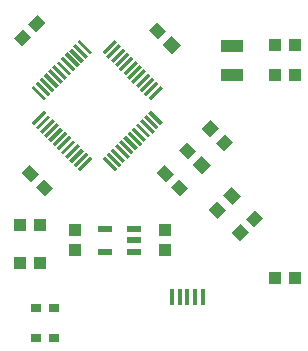
<source format=gbr>
G04 EAGLE Gerber X2 export*
%TF.Part,Single*%
%TF.FileFunction,Paste,Top*%
%TF.FilePolarity,Positive*%
%TF.GenerationSoftware,Autodesk,EAGLE,8.6.0*%
%TF.CreationDate,2018-09-01T13:25:50Z*%
G75*
%MOMM*%
%FSLAX34Y34*%
%LPD*%
%AMOC8*
5,1,8,0,0,1.08239X$1,22.5*%
G01*
%ADD10R,1.100000X1.000000*%
%ADD11R,1.900000X1.100000*%
%ADD12R,1.000000X1.100000*%
%ADD13R,1.475000X0.300000*%
%ADD14R,1.200000X0.600000*%
%ADD15R,0.900000X0.800000*%
%ADD16R,0.400000X1.350000*%


D10*
X287900Y241300D03*
X270900Y241300D03*
X287900Y266700D03*
X270900Y266700D03*
D11*
X234950Y241500D03*
X234950Y266500D03*
D10*
G36*
X178493Y150986D02*
X170716Y158763D01*
X177787Y165834D01*
X185564Y158057D01*
X178493Y150986D01*
G37*
G36*
X190513Y138966D02*
X182736Y146743D01*
X189807Y153814D01*
X197584Y146037D01*
X190513Y138966D01*
G37*
G36*
X75507Y153814D02*
X83284Y146037D01*
X76213Y138966D01*
X68436Y146743D01*
X75507Y153814D01*
G37*
G36*
X63487Y165834D02*
X71264Y158057D01*
X64193Y150986D01*
X56416Y158763D01*
X63487Y165834D01*
G37*
G36*
X197543Y170036D02*
X189766Y177813D01*
X196837Y184884D01*
X204614Y177107D01*
X197543Y170036D01*
G37*
G36*
X209563Y158016D02*
X201786Y165793D01*
X208857Y172864D01*
X216634Y165087D01*
X209563Y158016D01*
G37*
G36*
X172143Y271636D02*
X164366Y279413D01*
X171437Y286484D01*
X179214Y278707D01*
X172143Y271636D01*
G37*
G36*
X184163Y259616D02*
X176386Y267393D01*
X183457Y274464D01*
X191234Y266687D01*
X184163Y259616D01*
G37*
G36*
X62086Y285057D02*
X69863Y292834D01*
X76934Y285763D01*
X69157Y277986D01*
X62086Y285057D01*
G37*
G36*
X50066Y273037D02*
X57843Y280814D01*
X64914Y273743D01*
X57137Y265966D01*
X50066Y273037D01*
G37*
D12*
G36*
X215887Y189086D02*
X208816Y196157D01*
X216593Y203934D01*
X223664Y196863D01*
X215887Y189086D01*
G37*
G36*
X227907Y177066D02*
X220836Y184137D01*
X228613Y191914D01*
X235684Y184843D01*
X227907Y177066D01*
G37*
G36*
X230014Y126987D02*
X222943Y119916D01*
X215166Y127693D01*
X222237Y134764D01*
X230014Y126987D01*
G37*
G36*
X242034Y139007D02*
X234963Y131936D01*
X227186Y139713D01*
X234257Y146784D01*
X242034Y139007D01*
G37*
X270900Y69850D03*
X287900Y69850D03*
D10*
G36*
X246236Y119957D02*
X254013Y127734D01*
X261084Y120663D01*
X253307Y112886D01*
X246236Y119957D01*
G37*
G36*
X234216Y107937D02*
X241993Y115714D01*
X249064Y108643D01*
X241287Y100866D01*
X234216Y107937D01*
G37*
D13*
G36*
X163788Y222268D02*
X174217Y232697D01*
X176338Y230576D01*
X165909Y220147D01*
X163788Y222268D01*
G37*
G36*
X160252Y225803D02*
X170681Y236232D01*
X172802Y234111D01*
X162373Y223682D01*
X160252Y225803D01*
G37*
G36*
X156717Y229339D02*
X167146Y239768D01*
X169267Y237647D01*
X158838Y227218D01*
X156717Y229339D01*
G37*
G36*
X153181Y232874D02*
X163610Y243303D01*
X165731Y241182D01*
X155302Y230753D01*
X153181Y232874D01*
G37*
G36*
X149645Y236410D02*
X160074Y246839D01*
X162195Y244718D01*
X151766Y234289D01*
X149645Y236410D01*
G37*
G36*
X146110Y239945D02*
X156539Y250374D01*
X158660Y248253D01*
X148231Y237824D01*
X146110Y239945D01*
G37*
G36*
X142574Y243481D02*
X153003Y253910D01*
X155124Y251789D01*
X144695Y241360D01*
X142574Y243481D01*
G37*
G36*
X139039Y247016D02*
X149468Y257445D01*
X151589Y255324D01*
X141160Y244895D01*
X139039Y247016D01*
G37*
G36*
X135503Y250552D02*
X145932Y260981D01*
X148053Y258860D01*
X137624Y248431D01*
X135503Y250552D01*
G37*
G36*
X131968Y254088D02*
X142397Y264517D01*
X144518Y262396D01*
X134089Y251967D01*
X131968Y254088D01*
G37*
G36*
X128432Y257623D02*
X138861Y268052D01*
X140982Y265931D01*
X130553Y255502D01*
X128432Y257623D01*
G37*
G36*
X124897Y261159D02*
X135326Y271588D01*
X137447Y269467D01*
X127018Y259038D01*
X124897Y261159D01*
G37*
G36*
X114282Y259038D02*
X103853Y269467D01*
X105974Y271588D01*
X116403Y261159D01*
X114282Y259038D01*
G37*
G36*
X110747Y255502D02*
X100318Y265931D01*
X102439Y268052D01*
X112868Y257623D01*
X110747Y255502D01*
G37*
G36*
X107211Y251967D02*
X96782Y262396D01*
X98903Y264517D01*
X109332Y254088D01*
X107211Y251967D01*
G37*
G36*
X103676Y248431D02*
X93247Y258860D01*
X95368Y260981D01*
X105797Y250552D01*
X103676Y248431D01*
G37*
G36*
X100140Y244895D02*
X89711Y255324D01*
X91832Y257445D01*
X102261Y247016D01*
X100140Y244895D01*
G37*
G36*
X96605Y241360D02*
X86176Y251789D01*
X88297Y253910D01*
X98726Y243481D01*
X96605Y241360D01*
G37*
G36*
X93069Y237824D02*
X82640Y248253D01*
X84761Y250374D01*
X95190Y239945D01*
X93069Y237824D01*
G37*
G36*
X89534Y234289D02*
X79105Y244718D01*
X81226Y246839D01*
X91655Y236410D01*
X89534Y234289D01*
G37*
G36*
X85998Y230753D02*
X75569Y241182D01*
X77690Y243303D01*
X88119Y232874D01*
X85998Y230753D01*
G37*
G36*
X82462Y227218D02*
X72033Y237647D01*
X74154Y239768D01*
X84583Y229339D01*
X82462Y227218D01*
G37*
G36*
X78927Y223682D02*
X68498Y234111D01*
X70619Y236232D01*
X81048Y225803D01*
X78927Y223682D01*
G37*
G36*
X75391Y220147D02*
X64962Y230576D01*
X67083Y232697D01*
X77512Y222268D01*
X75391Y220147D01*
G37*
G36*
X64962Y201224D02*
X75391Y211653D01*
X77512Y209532D01*
X67083Y199103D01*
X64962Y201224D01*
G37*
G36*
X68498Y197689D02*
X78927Y208118D01*
X81048Y205997D01*
X70619Y195568D01*
X68498Y197689D01*
G37*
G36*
X72033Y194153D02*
X82462Y204582D01*
X84583Y202461D01*
X74154Y192032D01*
X72033Y194153D01*
G37*
G36*
X75569Y190618D02*
X85998Y201047D01*
X88119Y198926D01*
X77690Y188497D01*
X75569Y190618D01*
G37*
G36*
X79105Y187082D02*
X89534Y197511D01*
X91655Y195390D01*
X81226Y184961D01*
X79105Y187082D01*
G37*
G36*
X82640Y183547D02*
X93069Y193976D01*
X95190Y191855D01*
X84761Y181426D01*
X82640Y183547D01*
G37*
G36*
X86176Y180011D02*
X96605Y190440D01*
X98726Y188319D01*
X88297Y177890D01*
X86176Y180011D01*
G37*
G36*
X89711Y176476D02*
X100140Y186905D01*
X102261Y184784D01*
X91832Y174355D01*
X89711Y176476D01*
G37*
G36*
X93247Y172940D02*
X103676Y183369D01*
X105797Y181248D01*
X95368Y170819D01*
X93247Y172940D01*
G37*
G36*
X96782Y169404D02*
X107211Y179833D01*
X109332Y177712D01*
X98903Y167283D01*
X96782Y169404D01*
G37*
G36*
X100318Y165869D02*
X110747Y176298D01*
X112868Y174177D01*
X102439Y163748D01*
X100318Y165869D01*
G37*
G36*
X103853Y162333D02*
X114282Y172762D01*
X116403Y170641D01*
X105974Y160212D01*
X103853Y162333D01*
G37*
G36*
X135326Y160212D02*
X124897Y170641D01*
X127018Y172762D01*
X137447Y162333D01*
X135326Y160212D01*
G37*
G36*
X138861Y163748D02*
X128432Y174177D01*
X130553Y176298D01*
X140982Y165869D01*
X138861Y163748D01*
G37*
G36*
X142397Y167283D02*
X131968Y177712D01*
X134089Y179833D01*
X144518Y169404D01*
X142397Y167283D01*
G37*
G36*
X145932Y170819D02*
X135503Y181248D01*
X137624Y183369D01*
X148053Y172940D01*
X145932Y170819D01*
G37*
G36*
X149468Y174355D02*
X139039Y184784D01*
X141160Y186905D01*
X151589Y176476D01*
X149468Y174355D01*
G37*
G36*
X153003Y177890D02*
X142574Y188319D01*
X144695Y190440D01*
X155124Y180011D01*
X153003Y177890D01*
G37*
G36*
X156539Y181426D02*
X146110Y191855D01*
X148231Y193976D01*
X158660Y183547D01*
X156539Y181426D01*
G37*
G36*
X160074Y184961D02*
X149645Y195390D01*
X151766Y197511D01*
X162195Y187082D01*
X160074Y184961D01*
G37*
G36*
X163610Y188497D02*
X153181Y198926D01*
X155302Y201047D01*
X165731Y190618D01*
X163610Y188497D01*
G37*
G36*
X167146Y192032D02*
X156717Y202461D01*
X158838Y204582D01*
X169267Y194153D01*
X167146Y192032D01*
G37*
G36*
X170681Y195568D02*
X160252Y205997D01*
X162373Y208118D01*
X172802Y197689D01*
X170681Y195568D01*
G37*
G36*
X174217Y199103D02*
X163788Y209532D01*
X165909Y211653D01*
X176338Y201224D01*
X174217Y199103D01*
G37*
D14*
X152200Y92100D03*
X152200Y101600D03*
X152200Y111100D03*
X127200Y111100D03*
X127200Y92100D03*
D12*
X177800Y93100D03*
X177800Y110100D03*
X101600Y93100D03*
X101600Y110100D03*
D15*
X68580Y44450D03*
X83820Y44450D03*
X68580Y19050D03*
X83820Y19050D03*
D16*
X209850Y53400D03*
X203350Y53400D03*
X196850Y53400D03*
X190350Y53400D03*
X183850Y53400D03*
D12*
X55000Y82550D03*
X72000Y82550D03*
X72000Y114300D03*
X55000Y114300D03*
M02*

</source>
